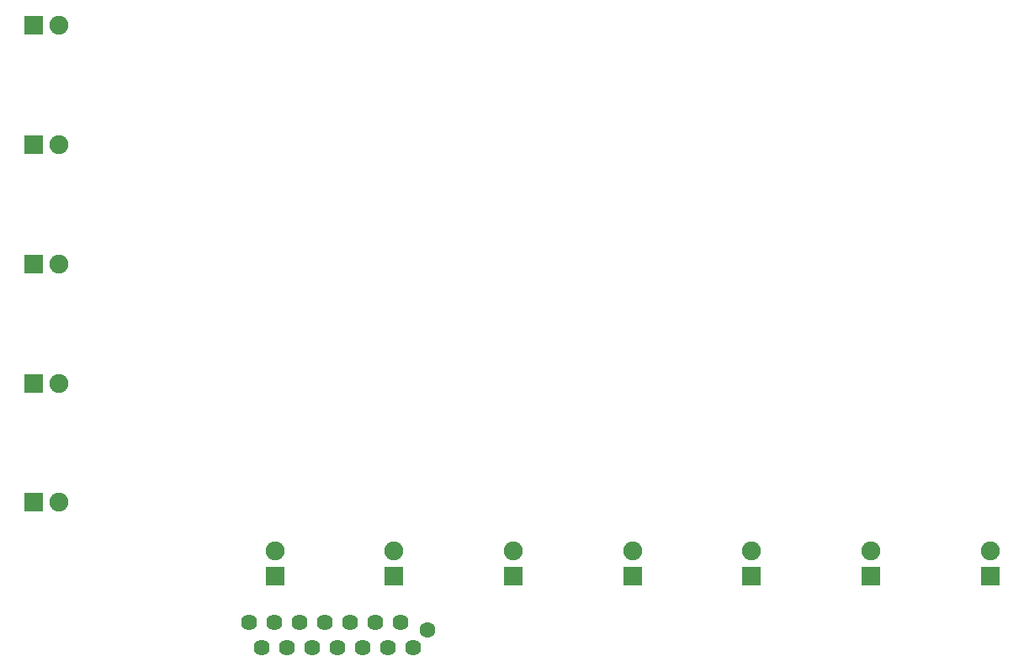
<source format=gbr>
%TF.GenerationSoftware,KiCad,Pcbnew,(5.1.4-0)*%
%TF.CreationDate,2021-02-17T16:05:53+01:00*%
%TF.ProjectId,Indicators,496e6469-6361-4746-9f72-732e6b696361,rev?*%
%TF.SameCoordinates,Original*%
%TF.FileFunction,Soldermask,Bot*%
%TF.FilePolarity,Negative*%
%FSLAX46Y46*%
G04 Gerber Fmt 4.6, Leading zero omitted, Abs format (unit mm)*
G04 Created by KiCad (PCBNEW (5.1.4-0)) date 2021-02-17 16:05:53*
%MOMM*%
%LPD*%
G04 APERTURE LIST*
%ADD10C,1.900000*%
%ADD11R,1.900000X1.900000*%
%ADD12C,1.624000*%
%ADD13C,1.600000*%
G04 APERTURE END LIST*
D10*
%TO.C,D11*%
X95111571Y-115849403D03*
D11*
X92571571Y-115849403D03*
%TD*%
D12*
%TO.C,J1*%
X114240000Y-139960000D03*
X115510000Y-142500000D03*
X116780000Y-139960000D03*
X118050000Y-142500000D03*
X119320000Y-139960000D03*
X120590000Y-142500000D03*
X121860000Y-139960000D03*
X123130000Y-142500000D03*
D13*
X132150000Y-140700000D03*
D12*
X124400000Y-139960000D03*
X125670000Y-142500000D03*
X126940000Y-139960000D03*
X128210000Y-142500000D03*
X129480000Y-139960000D03*
X130750000Y-142500000D03*
%TD*%
D10*
%TO.C,D12*%
X95111571Y-127849403D03*
D11*
X92571571Y-127849403D03*
%TD*%
D10*
%TO.C,D10*%
X95111571Y-103849403D03*
D11*
X92571571Y-103849403D03*
%TD*%
D10*
%TO.C,D9*%
X95111571Y-91849403D03*
D11*
X92571571Y-91849403D03*
%TD*%
D10*
%TO.C,D8*%
X95111571Y-79849403D03*
D11*
X92571571Y-79849403D03*
%TD*%
D10*
%TO.C,D7*%
X188846570Y-132720841D03*
D11*
X188846570Y-135260841D03*
%TD*%
D10*
%TO.C,D6*%
X176816092Y-132720841D03*
D11*
X176816092Y-135260841D03*
%TD*%
D10*
%TO.C,D5*%
X164816093Y-132720841D03*
D11*
X164816093Y-135260841D03*
%TD*%
D10*
%TO.C,D4*%
X152816094Y-132720841D03*
D11*
X152816094Y-135260841D03*
%TD*%
D10*
%TO.C,D3*%
X140816095Y-132720841D03*
D11*
X140816095Y-135260841D03*
%TD*%
D10*
%TO.C,D2*%
X128816096Y-132720841D03*
D11*
X128816096Y-135260841D03*
%TD*%
D10*
%TO.C,D1*%
X116846571Y-132720841D03*
D11*
X116846571Y-135260841D03*
%TD*%
M02*

</source>
